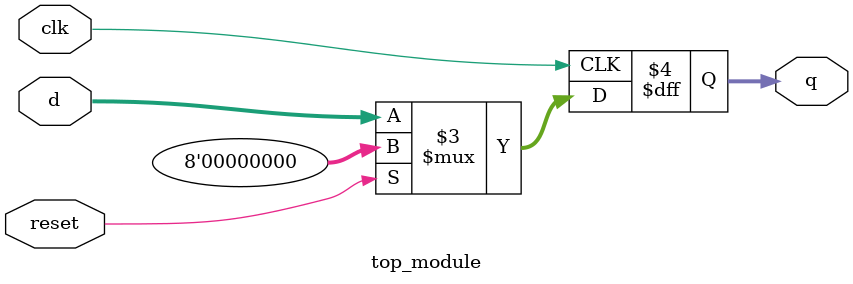
<source format=v>
module top_module (
    input clk,
    input reset,            // Synchronous reset
    input [7:0] d,
    output [7:0] q
);
    always @(posedge clk)
        q <= reset ? 1'b0 : d;

endmodule



</source>
